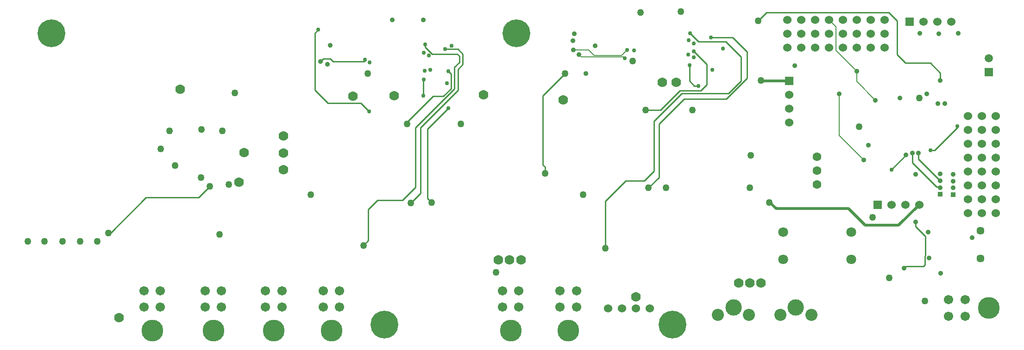
<source format=gbl>
G04 Layer_Physical_Order=4*
G04 Layer_Color=16711680*
%FSLAX23Y23*%
%MOIN*%
G70*
G01*
G75*
%ADD60C,0.010*%
%ADD61C,0.020*%
%ADD63C,0.006*%
%ADD65C,0.118*%
%ADD66C,0.087*%
%ADD67C,0.200*%
%ADD68C,0.059*%
%ADD69R,0.059X0.059*%
%ADD70C,0.057*%
%ADD71C,0.060*%
%ADD72R,0.060X0.060*%
%ADD73R,0.060X0.060*%
%ADD74C,0.071*%
%ADD75C,0.063*%
%ADD76C,0.070*%
%ADD77C,0.060*%
%ADD78C,0.035*%
%ADD79R,0.035X0.035*%
%ADD80C,0.067*%
%ADD81C,0.157*%
%ADD82C,0.050*%
%ADD83C,0.030*%
%ADD84C,0.035*%
D60*
X4685Y3615D02*
X5065D01*
X4430Y3360D02*
X4685Y3615D01*
X4415Y3360D02*
X4430D01*
X5065Y3615D02*
X5145Y3695D01*
X6010Y4615D02*
X6030Y4595D01*
X5960Y4615D02*
X6010D01*
X5940Y4595D02*
X5960Y4615D01*
X8627Y4671D02*
X8722Y4576D01*
Y4431D02*
Y4576D01*
X8677Y4386D02*
X8722Y4431D01*
X8752Y4771D02*
X8907D01*
X9012Y4666D01*
Y4476D02*
Y4666D01*
X8862Y4326D02*
X9012Y4476D01*
X8557Y4326D02*
X8862D01*
X8377Y4146D02*
X8557Y4326D01*
X8377Y3761D02*
Y4146D01*
X8302Y3686D02*
X8377Y3761D01*
X8527Y4386D02*
X8677D01*
X8387Y4246D02*
X8527Y4386D01*
X8877Y4366D02*
X8967Y4456D01*
X8542Y4366D02*
X8877D01*
X8342Y4166D02*
X8542Y4366D01*
X8282Y4246D02*
X8387D01*
X8602Y4801D02*
X8662Y4741D01*
X8857D01*
X8967Y4631D01*
Y4456D02*
Y4631D01*
X8342Y3806D02*
Y4166D01*
X8272Y3736D02*
X8342Y3806D01*
X8137Y3736D02*
X8272D01*
X7992Y3591D02*
X8137Y3736D01*
X7992Y3251D02*
Y3591D01*
X7557Y3791D02*
Y3836D01*
X7542Y3851D02*
X7557Y3836D01*
X7542Y3851D02*
Y4351D01*
X7702Y4511D01*
X8632Y4421D02*
X8662D01*
X8597Y4456D02*
X8632Y4421D01*
X8597Y4456D02*
Y4571D01*
X10295Y3197D02*
Y3336D01*
X10225Y3406D02*
X10295Y3336D01*
X10280Y3121D02*
X10290Y3131D01*
X10155Y3121D02*
X10280D01*
X10290Y3131D02*
Y3192D01*
X10295Y3197D01*
X10140Y3106D02*
X10155Y3121D01*
X10200Y3868D02*
Y3938D01*
X10245Y3893D02*
Y3938D01*
X10050Y3818D02*
X10155Y3923D01*
X9090Y4890D02*
X9150Y4950D01*
X10030D01*
X10090Y4890D01*
Y4645D02*
Y4890D01*
Y4645D02*
X10150Y4585D01*
X10330D01*
X10402Y4513D01*
Y4461D02*
Y4513D01*
X9110Y4460D02*
X9112Y4458D01*
X10245Y3893D02*
X10401Y3737D01*
X10396Y3693D02*
X10401Y3688D01*
X10375Y3693D02*
X10396D01*
X10200Y3868D02*
X10375Y3693D01*
X5900Y4800D02*
X5925Y4825D01*
X5900Y4390D02*
Y4800D01*
Y4390D02*
X5995Y4295D01*
X6230D01*
X6290Y4235D01*
X6680Y4460D02*
X6685Y4465D01*
X6680Y4350D02*
Y4460D01*
X6565Y4145D02*
Y4160D01*
X6750Y4345D01*
X6825D01*
X6695Y4700D02*
Y4720D01*
Y4700D02*
X6745Y4650D01*
X6925D01*
X6250Y3270D02*
X6285Y3305D01*
X6710Y3610D02*
X6740Y3580D01*
X6965Y4575D02*
Y4650D01*
X6930Y4540D02*
X6965Y4575D01*
X6825Y4345D02*
X6880Y4400D01*
X6710Y3610D02*
Y4110D01*
X6860Y4260D01*
X6590Y3575D02*
X6660Y3645D01*
Y4120D01*
X6930Y4390D01*
Y4540D01*
X6905Y4400D02*
Y4555D01*
X6625Y4120D02*
X6905Y4400D01*
X6625Y3690D02*
Y4120D01*
X6530Y3595D02*
X6625Y3690D01*
X6350Y3595D02*
X6530D01*
X6285Y3530D02*
X6350Y3595D01*
X6285Y3305D02*
Y3530D01*
X6930Y4685D02*
X6965Y4650D01*
X6837Y4685D02*
X6930D01*
X6905Y4555D02*
X6940Y4590D01*
Y4635D01*
X6925Y4650D02*
X6940Y4635D01*
X6880Y4400D02*
Y4505D01*
X6860Y4525D02*
X6880Y4505D01*
X10330Y3955D02*
X10360D01*
X10525Y4120D01*
Y4130D01*
X6260Y4600D02*
Y4610D01*
X6030Y4595D02*
X6255D01*
X6260Y4600D01*
X10225Y3406D02*
Y3440D01*
D61*
X9112Y4458D02*
X9315D01*
X9175Y3580D02*
X9220Y3535D01*
X9740D01*
X9860Y3415D01*
X10101D01*
X10250Y3563D01*
D63*
X7762Y4681D02*
X7872D01*
X8122Y4631D02*
X8132Y4621D01*
X7817Y4631D02*
X8122D01*
X7802Y4646D02*
X7817Y4631D01*
X7912Y4641D02*
X8107D01*
X7872Y4681D02*
X7912Y4641D01*
X8107D02*
X8147Y4681D01*
X9800Y4453D02*
Y4528D01*
Y4453D02*
X9935Y4318D01*
X9675Y4063D02*
X9850Y3888D01*
X9675Y4063D02*
Y4363D01*
X9650Y4678D02*
X9800Y4528D01*
X9650Y4678D02*
Y4848D01*
X9600Y4898D02*
X9650Y4848D01*
D65*
X9362Y2823D02*
D03*
X8913D02*
D03*
D66*
X9250Y2770D02*
D03*
X9474D02*
D03*
X8801D02*
D03*
X9026D02*
D03*
D67*
X8475Y2700D02*
D03*
X7350Y4800D02*
D03*
X6400Y2700D02*
D03*
X4005Y4800D02*
D03*
D68*
X10750Y4620D02*
D03*
D69*
Y4520D02*
D03*
D70*
X10690Y3375D02*
D03*
Y3178D02*
D03*
D71*
X10480Y4883D02*
D03*
X10380D02*
D03*
X10280D02*
D03*
X10250Y3563D02*
D03*
X10150D02*
D03*
X10050D02*
D03*
X9315Y4158D02*
D03*
Y4258D02*
D03*
Y4358D02*
D03*
X10800Y4203D02*
D03*
X10700D02*
D03*
X10600D02*
D03*
Y4103D02*
D03*
X10700D02*
D03*
X10800D02*
D03*
X10600Y4003D02*
D03*
X10700D02*
D03*
X10800D02*
D03*
X10600Y3903D02*
D03*
X10700D02*
D03*
X10800D02*
D03*
X10600Y3803D02*
D03*
X10700D02*
D03*
X10800D02*
D03*
X10600Y3703D02*
D03*
X10700D02*
D03*
X10800D02*
D03*
X10600Y3603D02*
D03*
X10700D02*
D03*
X10800D02*
D03*
X10600Y3503D02*
D03*
X10700D02*
D03*
X10800D02*
D03*
X9300Y4898D02*
D03*
Y4798D02*
D03*
Y4698D02*
D03*
X9400D02*
D03*
Y4798D02*
D03*
Y4898D02*
D03*
X9500Y4698D02*
D03*
Y4798D02*
D03*
Y4898D02*
D03*
X9600Y4698D02*
D03*
Y4798D02*
D03*
Y4898D02*
D03*
X9700Y4698D02*
D03*
Y4798D02*
D03*
Y4898D02*
D03*
X9800Y4698D02*
D03*
Y4798D02*
D03*
Y4898D02*
D03*
X9900Y4698D02*
D03*
Y4798D02*
D03*
Y4898D02*
D03*
X10000Y4698D02*
D03*
Y4798D02*
D03*
Y4898D02*
D03*
D72*
X10180Y4883D02*
D03*
X9950Y3563D02*
D03*
D73*
X9315Y4458D02*
D03*
D74*
X9762Y3366D02*
D03*
X9270D02*
D03*
X9762Y3169D02*
D03*
X9270D02*
D03*
D75*
X9515Y3711D02*
D03*
Y3811D02*
D03*
Y3911D02*
D03*
D76*
X8210Y2900D02*
D03*
X4490Y2750D02*
D03*
X5390Y3940D02*
D03*
X4930Y4395D02*
D03*
X9030Y3000D02*
D03*
X9110D02*
D03*
X8950D02*
D03*
X7687Y4321D02*
D03*
X8502Y4446D02*
D03*
X8402D02*
D03*
X5355Y3725D02*
D03*
X5675Y4060D02*
D03*
Y3935D02*
D03*
Y3815D02*
D03*
X6175Y4345D02*
D03*
X6470Y4350D02*
D03*
X7115Y4355D02*
D03*
X7220Y3165D02*
D03*
X7300D02*
D03*
X7385D02*
D03*
D77*
X8010Y2815D02*
D03*
X8110D02*
D03*
X8210D02*
D03*
X8310D02*
D03*
D78*
X10401Y3787D02*
D03*
Y3737D02*
D03*
Y3688D02*
D03*
X10495Y3783D02*
D03*
Y3734D02*
D03*
Y3685D02*
D03*
D79*
X10401Y3639D02*
D03*
X10495Y3636D02*
D03*
D80*
X10580Y2761D02*
D03*
Y2879D02*
D03*
X10462D02*
D03*
Y2761D02*
D03*
X5961Y2825D02*
D03*
X6079D02*
D03*
Y2943D02*
D03*
X5961D02*
D03*
X4671Y2825D02*
D03*
X4789D02*
D03*
Y2943D02*
D03*
X4671D02*
D03*
X7666Y2825D02*
D03*
X7784D02*
D03*
Y2943D02*
D03*
X7666D02*
D03*
X5111Y2825D02*
D03*
X5229D02*
D03*
Y2943D02*
D03*
X5111D02*
D03*
X7251Y2825D02*
D03*
X7369D02*
D03*
Y2943D02*
D03*
X7251D02*
D03*
X5546Y2825D02*
D03*
X5664D02*
D03*
Y2943D02*
D03*
X5546D02*
D03*
D81*
X10750Y2820D02*
D03*
X6020Y2655D02*
D03*
X4730D02*
D03*
X7725D02*
D03*
X5170D02*
D03*
X7310D02*
D03*
X5605D02*
D03*
D82*
X4790Y3965D02*
D03*
X5085Y4105D02*
D03*
X5325Y4370D02*
D03*
X4855Y4095D02*
D03*
X4415Y3360D02*
D03*
X6280Y4510D02*
D03*
X8617Y4246D02*
D03*
X8282D02*
D03*
X7557Y3791D02*
D03*
X7702Y4511D02*
D03*
X9032Y3686D02*
D03*
X9037Y3921D02*
D03*
X7832Y3636D02*
D03*
X7992Y3251D02*
D03*
X8427Y3686D02*
D03*
X8302D02*
D03*
X8187Y4601D02*
D03*
X3835Y3300D02*
D03*
X3955D02*
D03*
X4085D02*
D03*
X4210D02*
D03*
X4335D02*
D03*
X9817Y4128D02*
D03*
X10250Y4333D02*
D03*
X9915Y3473D02*
D03*
X9090Y4890D02*
D03*
X9110Y4460D02*
D03*
X5235Y4095D02*
D03*
X5215Y3350D02*
D03*
X4895Y3845D02*
D03*
X5080Y3760D02*
D03*
X5280Y3710D02*
D03*
X5145Y3695D02*
D03*
X6565Y4145D02*
D03*
X6950D02*
D03*
X5870Y3635D02*
D03*
X7205Y3075D02*
D03*
X6250Y3270D02*
D03*
X6590Y3575D02*
D03*
X6740Y3580D02*
D03*
X9172Y3581D02*
D03*
X8245Y4950D02*
D03*
X8535Y4955D02*
D03*
X10290Y2870D02*
D03*
X10035Y3035D02*
D03*
D83*
X6690Y4530D02*
D03*
X6685Y4465D02*
D03*
X6695Y4720D02*
D03*
X6720Y4640D02*
D03*
X6685Y4660D02*
D03*
X6295Y4590D02*
D03*
X8762Y4536D02*
D03*
X8752Y4771D02*
D03*
X8662Y4421D02*
D03*
X8837Y4691D02*
D03*
X8597Y4571D02*
D03*
X8627Y4626D02*
D03*
Y4671D02*
D03*
X8587Y4646D02*
D03*
X8602Y4801D02*
D03*
X8132Y4621D02*
D03*
X8147Y4681D02*
D03*
X8197Y4676D02*
D03*
X8627Y4726D02*
D03*
X8592Y4751D02*
D03*
X5925Y4825D02*
D03*
X6290Y4235D02*
D03*
X6885Y4710D02*
D03*
X6730Y4535D02*
D03*
X6680Y4350D02*
D03*
X6850Y4440D02*
D03*
X6860Y4260D02*
D03*
Y4525D02*
D03*
X6837Y4685D02*
D03*
X10330Y3955D02*
D03*
X10525Y4130D02*
D03*
X10050Y3818D02*
D03*
X6260Y4610D02*
D03*
D84*
X6457Y4895D02*
D03*
X6680D02*
D03*
X5940Y4595D02*
D03*
X5990Y4575D02*
D03*
X7757Y4746D02*
D03*
X7762Y4681D02*
D03*
X7802Y4646D02*
D03*
X7852Y4511D02*
D03*
X7917Y4711D02*
D03*
X7767Y4796D02*
D03*
X10630Y3326D02*
D03*
X10320Y3181D02*
D03*
X10315Y3366D02*
D03*
X10405Y3071D02*
D03*
X10140Y3106D02*
D03*
X10200Y3938D02*
D03*
X10245D02*
D03*
X10155Y3923D02*
D03*
X10225Y3783D02*
D03*
X9850Y3888D02*
D03*
X9800Y4528D02*
D03*
X9935Y4318D02*
D03*
X9675Y4363D02*
D03*
X10436Y4293D02*
D03*
X9355Y4568D02*
D03*
X10110Y4333D02*
D03*
X10305Y4363D02*
D03*
X10402Y4461D02*
D03*
X10386Y4293D02*
D03*
X9885Y3993D02*
D03*
X6011Y4714D02*
D03*
X10255Y4800D02*
D03*
X10390Y4795D02*
D03*
X10530Y4800D02*
D03*
X10225Y3440D02*
D03*
M02*

</source>
